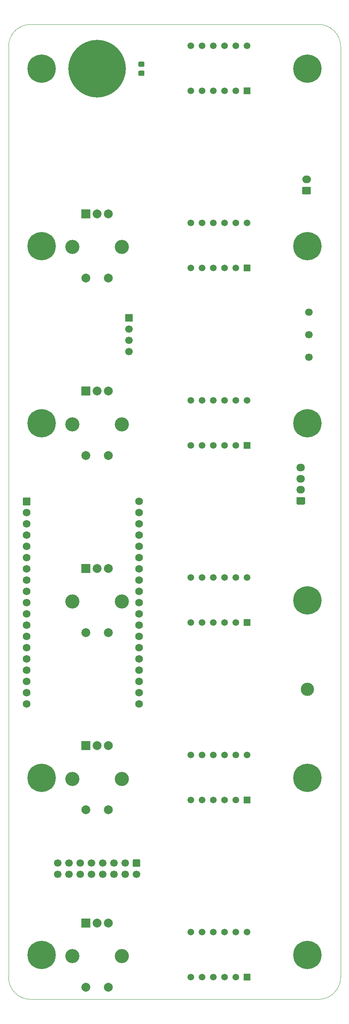
<source format=gbr>
G04 #@! TF.GenerationSoftware,KiCad,Pcbnew,6.0.10+dfsg-1~bpo11+1*
G04 #@! TF.ProjectId,ui,75692e6b-6963-4616-945f-706362585858,rev?*
G04 #@! TF.SameCoordinates,Original*
G04 #@! TF.FileFunction,Soldermask,Bot*
G04 #@! TF.FilePolarity,Negative*
%FSLAX46Y46*%
G04 Gerber Fmt 4.6, Leading zero omitted, Abs format (unit mm)*
%MOMM*%
%LPD*%
G01*
G04 APERTURE LIST*
G04 #@! TA.AperFunction,Profile*
%ADD10C,0.100000*%
G04 #@! TD*
%ADD11C,0.800000*%
%ADD12C,6.400000*%
%ADD13C,0.900000*%
%ADD14C,13.000000*%
%ADD15O,1.950000X1.700000*%
%ADD16C,1.734000*%
%ADD17C,3.000000*%
%ADD18R,1.700000X1.700000*%
%ADD19C,1.700000*%
%ADD20O,2.000000X1.700000*%
%ADD21R,1.500000X1.500000*%
%ADD22C,1.500000*%
%ADD23R,2.000000X2.000000*%
%ADD24C,2.000000*%
%ADD25C,3.200000*%
G04 APERTURE END LIST*
D10*
X220000000Y-30000000D02*
X155000000Y-30000000D01*
X220000000Y-250000000D02*
G75*
G03*
X225000000Y-245000000I0J5000000D01*
G01*
X150000000Y-35000000D02*
X150000000Y-245000000D01*
X155000000Y-30000000D02*
G75*
G03*
X150000000Y-35000000I0J-5000000D01*
G01*
X225000000Y-35000000D02*
G75*
G03*
X220000000Y-30000000I-5000000J0D01*
G01*
X225000000Y-245000000D02*
X225000000Y-35000000D01*
X155000000Y-250000000D02*
X220000000Y-250000000D01*
X150000000Y-245000000D02*
G75*
G03*
X155000000Y-250000000I5000000J0D01*
G01*
D11*
X155100000Y-80000000D03*
X159197056Y-81697056D03*
X157500000Y-77600000D03*
X157500000Y-82400000D03*
D12*
X157500000Y-80000000D03*
D11*
X155802944Y-81697056D03*
X159900000Y-80000000D03*
X159197056Y-78302944D03*
X155802944Y-78302944D03*
D13*
X170000000Y-44875000D03*
X170000000Y-35125000D03*
D14*
X170000000Y-40000000D03*
D13*
X173447146Y-36552854D03*
X166552854Y-36552854D03*
X165125000Y-40000000D03*
X173447146Y-43447146D03*
X166552854Y-43447146D03*
X174875000Y-40000000D03*
G36*
G01*
X216725000Y-138350000D02*
X215275000Y-138350000D01*
G75*
G02*
X215025000Y-138100000I0J250000D01*
G01*
X215025000Y-136900000D01*
G75*
G02*
X215275000Y-136650000I250000J0D01*
G01*
X216725000Y-136650000D01*
G75*
G02*
X216975000Y-136900000I0J-250000D01*
G01*
X216975000Y-138100000D01*
G75*
G02*
X216725000Y-138350000I-250000J0D01*
G01*
G37*
D15*
X216000000Y-135000000D03*
X216000000Y-132500000D03*
X216000000Y-130000000D03*
G36*
G01*
X153233000Y-138415000D02*
X153233000Y-136885000D01*
G75*
G02*
X153335000Y-136783000I102000J0D01*
G01*
X154865000Y-136783000D01*
G75*
G02*
X154967000Y-136885000I0J-102000D01*
G01*
X154967000Y-138415000D01*
G75*
G02*
X154865000Y-138517000I-102000J0D01*
G01*
X153335000Y-138517000D01*
G75*
G02*
X153233000Y-138415000I0J102000D01*
G01*
G37*
D16*
X154100000Y-140190000D03*
X154100000Y-142730000D03*
X154100000Y-145270000D03*
X154100000Y-147810000D03*
X154100000Y-150350000D03*
X154100000Y-152890000D03*
X154100000Y-155430000D03*
X154100000Y-157970000D03*
X154100000Y-160510000D03*
X154100000Y-163050000D03*
X154100000Y-165590000D03*
X154100000Y-168130000D03*
X154100000Y-170670000D03*
X154100000Y-173210000D03*
X154100000Y-175750000D03*
X154100000Y-178290000D03*
X154100000Y-180830000D03*
X154100000Y-183370000D03*
X179500000Y-183370000D03*
X179500000Y-180830000D03*
X179500000Y-178290000D03*
X179500000Y-175750000D03*
X179500000Y-173210000D03*
X179500000Y-170670000D03*
X179500000Y-168130000D03*
X179500000Y-165590000D03*
X179500000Y-163050000D03*
X179500000Y-160510000D03*
X179500000Y-157970000D03*
X179500000Y-155430000D03*
X179500000Y-152890000D03*
X179500000Y-150350000D03*
X179500000Y-147810000D03*
X179500000Y-145270000D03*
X179500000Y-142730000D03*
X179500000Y-140190000D03*
X179500000Y-137650000D03*
D12*
X157500000Y-240000000D03*
D11*
X159197056Y-238302944D03*
X157500000Y-242400000D03*
X155802944Y-241697056D03*
X159197056Y-241697056D03*
X159900000Y-240000000D03*
X155802944Y-238302944D03*
X155100000Y-240000000D03*
X157500000Y-237600000D03*
X157500000Y-197600000D03*
X155802944Y-201697056D03*
X155100000Y-200000000D03*
D12*
X157500000Y-200000000D03*
D11*
X155802944Y-198302944D03*
X159900000Y-200000000D03*
X157500000Y-202400000D03*
X159197056Y-201697056D03*
X159197056Y-198302944D03*
D17*
X217500000Y-180000000D03*
D11*
X215802944Y-201697056D03*
X217500000Y-197600000D03*
X219900000Y-200000000D03*
X219197056Y-201697056D03*
X215802944Y-198302944D03*
X219197056Y-198302944D03*
D12*
X217500000Y-200000000D03*
D11*
X217500000Y-202400000D03*
X215100000Y-200000000D03*
D18*
X177180000Y-96190000D03*
D19*
X177180000Y-98730000D03*
X177180000Y-101270000D03*
X177180000Y-103810000D03*
X217820000Y-94920000D03*
X217820000Y-100000000D03*
X217820000Y-105080000D03*
G36*
G01*
X178290000Y-218397500D02*
X179490000Y-218397500D01*
G75*
G02*
X179740000Y-218647500I0J-250000D01*
G01*
X179740000Y-219847500D01*
G75*
G02*
X179490000Y-220097500I-250000J0D01*
G01*
X178290000Y-220097500D01*
G75*
G02*
X178040000Y-219847500I0J250000D01*
G01*
X178040000Y-218647500D01*
G75*
G02*
X178290000Y-218397500I250000J0D01*
G01*
G37*
X178890000Y-221787500D03*
X176350000Y-219247500D03*
X176350000Y-221787500D03*
X173810000Y-219247500D03*
X173810000Y-221787500D03*
X171270000Y-219247500D03*
X171270000Y-221787500D03*
X168730000Y-219247500D03*
X168730000Y-221787500D03*
X166190000Y-219247500D03*
X166190000Y-221787500D03*
X163650000Y-219247500D03*
X163650000Y-221787500D03*
X161110000Y-219247500D03*
X161110000Y-221787500D03*
D11*
X215802944Y-78302944D03*
X219197056Y-81697056D03*
D12*
X217500000Y-80000000D03*
D11*
X219197056Y-78302944D03*
X217500000Y-82400000D03*
X217500000Y-77600000D03*
X215802944Y-81697056D03*
X215100000Y-80000000D03*
X219900000Y-80000000D03*
X215802944Y-161697056D03*
X215100000Y-160000000D03*
X215802944Y-158302944D03*
X219197056Y-158302944D03*
X219900000Y-160000000D03*
X219197056Y-161697056D03*
X217500000Y-162400000D03*
X217500000Y-157600000D03*
D12*
X217500000Y-160000000D03*
G36*
G01*
X218050000Y-68350000D02*
X216550000Y-68350000D01*
G75*
G02*
X216300000Y-68100000I0J250000D01*
G01*
X216300000Y-66900000D01*
G75*
G02*
X216550000Y-66650000I250000J0D01*
G01*
X218050000Y-66650000D01*
G75*
G02*
X218300000Y-66900000I0J-250000D01*
G01*
X218300000Y-68100000D01*
G75*
G02*
X218050000Y-68350000I-250000J0D01*
G01*
G37*
D20*
X217300000Y-65000000D03*
D11*
X215100000Y-120000000D03*
X219900000Y-120000000D03*
X217500000Y-122400000D03*
X215802944Y-121697056D03*
X219197056Y-118302944D03*
X215802944Y-118302944D03*
X217500000Y-117600000D03*
D12*
X217500000Y-120000000D03*
D11*
X219197056Y-121697056D03*
D12*
X157500000Y-40000000D03*
D11*
X155802944Y-41697056D03*
X157500000Y-42400000D03*
X155802944Y-38302944D03*
X157500000Y-37600000D03*
X159900000Y-40000000D03*
X159197056Y-38302944D03*
X155100000Y-40000000D03*
X159197056Y-41697056D03*
X155802944Y-121697056D03*
X159197056Y-118302944D03*
X155100000Y-120000000D03*
X155802944Y-118302944D03*
X157500000Y-117600000D03*
X159900000Y-120000000D03*
X159197056Y-121697056D03*
D12*
X157500000Y-120000000D03*
D11*
X157500000Y-122400000D03*
X219900000Y-40000000D03*
X215100000Y-40000000D03*
X215802944Y-38302944D03*
X217500000Y-37600000D03*
X217500000Y-42400000D03*
D12*
X217500000Y-40000000D03*
D11*
X219197056Y-41697056D03*
X219197056Y-38302944D03*
X215802944Y-41697056D03*
X219197056Y-241697056D03*
X219197056Y-238302944D03*
X215100000Y-240000000D03*
X215802944Y-238302944D03*
D12*
X217500000Y-240000000D03*
D11*
X217500000Y-242400000D03*
X219900000Y-240000000D03*
X215802944Y-241697056D03*
X217500000Y-237600000D03*
G36*
G01*
X179550000Y-38400000D02*
X180450000Y-38400000D01*
G75*
G02*
X180700000Y-38650000I0J-250000D01*
G01*
X180700000Y-39300000D01*
G75*
G02*
X180450000Y-39550000I-250000J0D01*
G01*
X179550000Y-39550000D01*
G75*
G02*
X179300000Y-39300000I0J250000D01*
G01*
X179300000Y-38650000D01*
G75*
G02*
X179550000Y-38400000I250000J0D01*
G01*
G37*
G36*
G01*
X179550000Y-40450000D02*
X180450000Y-40450000D01*
G75*
G02*
X180700000Y-40700000I0J-250000D01*
G01*
X180700000Y-41350000D01*
G75*
G02*
X180450000Y-41600000I-250000J0D01*
G01*
X179550000Y-41600000D01*
G75*
G02*
X179300000Y-41350000I0J250000D01*
G01*
X179300000Y-40700000D01*
G75*
G02*
X179550000Y-40450000I250000J0D01*
G01*
G37*
D21*
X203850000Y-164972500D03*
D22*
X201310000Y-164972500D03*
X198770000Y-164972500D03*
X196230000Y-164972500D03*
X193690000Y-164972500D03*
X191150000Y-164972500D03*
X191150000Y-154812500D03*
X193690000Y-154812500D03*
X196230000Y-154812500D03*
X198770000Y-154812500D03*
X201310000Y-154812500D03*
X203850000Y-154812500D03*
D21*
X203850000Y-84972500D03*
D22*
X201310000Y-84972500D03*
X198770000Y-84972500D03*
X196230000Y-84972500D03*
X193690000Y-84972500D03*
X191150000Y-84972500D03*
X191150000Y-74812500D03*
X193690000Y-74812500D03*
X196230000Y-74812500D03*
X198770000Y-74812500D03*
X201310000Y-74812500D03*
X203850000Y-74812500D03*
D23*
X167500000Y-232750000D03*
D24*
X172500000Y-232750000D03*
X170000000Y-232750000D03*
D25*
X164400000Y-240250000D03*
X175600000Y-240250000D03*
D24*
X172500000Y-247250000D03*
X167500000Y-247250000D03*
D21*
X203850000Y-244972500D03*
D22*
X201310000Y-244972500D03*
X198770000Y-244972500D03*
X196230000Y-244972500D03*
X193690000Y-244972500D03*
X191150000Y-244972500D03*
X191150000Y-234812500D03*
X193690000Y-234812500D03*
X196230000Y-234812500D03*
X198770000Y-234812500D03*
X201310000Y-234812500D03*
X203850000Y-234812500D03*
D23*
X167500000Y-152750000D03*
D24*
X172500000Y-152750000D03*
X170000000Y-152750000D03*
D25*
X164400000Y-160250000D03*
X175600000Y-160250000D03*
D24*
X172500000Y-167250000D03*
X167500000Y-167250000D03*
D23*
X167500000Y-72750000D03*
D24*
X172500000Y-72750000D03*
X170000000Y-72750000D03*
D25*
X164400000Y-80250000D03*
X175600000Y-80250000D03*
D24*
X172500000Y-87250000D03*
X167500000Y-87250000D03*
D23*
X167500000Y-112750000D03*
D24*
X172500000Y-112750000D03*
X170000000Y-112750000D03*
D25*
X164400000Y-120250000D03*
X175600000Y-120250000D03*
D24*
X172500000Y-127250000D03*
X167500000Y-127250000D03*
D21*
X203850000Y-204972500D03*
D22*
X201310000Y-204972500D03*
X198770000Y-204972500D03*
X196230000Y-204972500D03*
X193690000Y-204972500D03*
X191150000Y-204972500D03*
X191150000Y-194812500D03*
X193690000Y-194812500D03*
X196230000Y-194812500D03*
X198770000Y-194812500D03*
X201310000Y-194812500D03*
X203850000Y-194812500D03*
D23*
X167500000Y-192750000D03*
D24*
X172500000Y-192750000D03*
X170000000Y-192750000D03*
D25*
X175600000Y-200250000D03*
X164400000Y-200250000D03*
D24*
X172500000Y-207250000D03*
X167500000Y-207250000D03*
D21*
X203850000Y-124972500D03*
D22*
X201310000Y-124972500D03*
X198770000Y-124972500D03*
X196230000Y-124972500D03*
X193690000Y-124972500D03*
X191150000Y-124972500D03*
X191150000Y-114812500D03*
X193690000Y-114812500D03*
X196230000Y-114812500D03*
X198770000Y-114812500D03*
X201310000Y-114812500D03*
X203850000Y-114812500D03*
D21*
X203850000Y-44972500D03*
D22*
X201310000Y-44972500D03*
X198770000Y-44972500D03*
X196230000Y-44972500D03*
X193690000Y-44972500D03*
X191150000Y-44972500D03*
X191150000Y-34812500D03*
X193690000Y-34812500D03*
X196230000Y-34812500D03*
X198770000Y-34812500D03*
X201310000Y-34812500D03*
X203850000Y-34812500D03*
M02*

</source>
